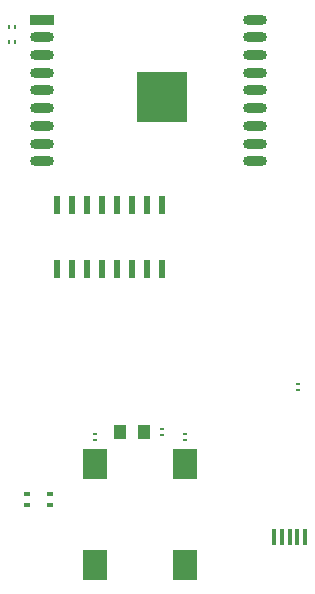
<source format=gbr>
G04 #@! TF.FileFunction,Paste,Top*
%FSLAX46Y46*%
G04 Gerber Fmt 4.6, Leading zero omitted, Abs format (unit mm)*
G04 Created by KiCad (PCBNEW 4.0.4+e1-6308~48~ubuntu16.04.1-stable) date Wed Nov  2 15:53:33 2016*
%MOMM*%
%LPD*%
G01*
G04 APERTURE LIST*
%ADD10C,0.100000*%
%ADD11R,1.000000X1.250000*%
%ADD12R,0.400000X1.350000*%
%ADD13R,0.600000X0.400000*%
%ADD14R,0.280000X0.430000*%
%ADD15R,0.430000X0.280000*%
%ADD16R,2.000000X2.500000*%
%ADD17R,0.600000X1.500000*%
%ADD18O,2.000000X0.900000*%
%ADD19R,2.000000X0.900000*%
%ADD20R,4.300000X4.300000*%
G04 APERTURE END LIST*
D10*
D11*
X130445000Y-137795000D03*
X132445000Y-137795000D03*
D12*
X144780000Y-146660000D03*
X144130000Y-146660000D03*
X143480000Y-146660000D03*
X145430000Y-146660000D03*
X146080000Y-146660000D03*
D13*
X122555000Y-143960000D03*
X122555000Y-143060000D03*
X124460000Y-143960000D03*
X124460000Y-143060000D03*
D14*
X121030000Y-103505000D03*
X121540000Y-103505000D03*
X121555000Y-104800000D03*
X121045000Y-104800000D03*
D15*
X133985000Y-138050000D03*
X133985000Y-137540000D03*
X145500000Y-133745000D03*
X145500000Y-134255000D03*
X135890000Y-137915000D03*
X135890000Y-138425000D03*
X128270000Y-137915000D03*
X128270000Y-138425000D03*
D16*
X135890000Y-140505000D03*
X135890000Y-149055000D03*
X128270000Y-140505000D03*
X128270000Y-149055000D03*
D17*
X125095000Y-123985000D03*
X126365000Y-123985000D03*
X127635000Y-123985000D03*
X128905000Y-123985000D03*
X130175000Y-123985000D03*
X131445000Y-123985000D03*
X132715000Y-123985000D03*
X133985000Y-123985000D03*
X133985000Y-118585000D03*
X132715000Y-118585000D03*
X131445000Y-118585000D03*
X130175000Y-118585000D03*
X128905000Y-118585000D03*
X127635000Y-118585000D03*
X126365000Y-118585000D03*
X125095000Y-118585000D03*
D18*
X141825000Y-114870000D03*
X123825000Y-114870000D03*
D19*
X123825000Y-102870000D03*
D18*
X123825000Y-104370000D03*
X123825000Y-105870000D03*
X123825000Y-107370000D03*
X123825000Y-108870000D03*
X123825000Y-110370000D03*
X123825000Y-111870000D03*
X123825000Y-113370000D03*
X141825000Y-113370000D03*
X141825000Y-111870000D03*
X141825000Y-110370000D03*
X141825000Y-108870000D03*
X141825000Y-107370000D03*
X141825000Y-105870000D03*
X141825000Y-104370000D03*
X141825000Y-102870000D03*
D20*
X133945000Y-109450000D03*
M02*

</source>
